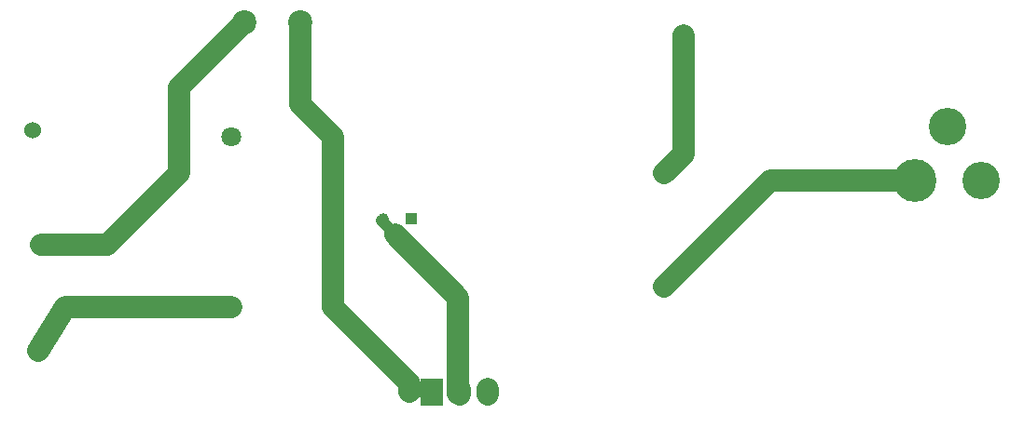
<source format=gbl>
G04 Layer: BottomLayer*
G04 EasyEDA v6.4.7, 2020-11-13T14:17:03--3:00*
G04 567a4f01d23344a586f60d2a48ffb39a,2f6a952e8d754e4686293a443d3b0dc2,10*
G04 Gerber Generator version 0.2*
G04 Scale: 100 percent, Rotated: No, Reflected: No *
G04 Dimensions in millimeters *
G04 leading zeros omitted , absolute positions ,3 integer and 3 decimal *
%FSLAX33Y33*%
%MOMM*%
G90*
D02*

%ADD11C,1.999996*%
%ADD12C,0.999998*%
%ADD13C,0.610006*%
%ADD18C,1.524000*%
%ADD19C,1.799996*%
%ADD20C,2.199996*%
%ADD22R,0.999998X0.999998*%
%ADD23C,3.401060*%
%ADD24C,3.898900*%

%LPD*%
G54D11*
G01X20584Y48768D02*
G01X14777Y42961D01*
G01X14777Y35214D01*
G01X8265Y28702D01*
G01X6106Y28702D01*
G01X8011Y28702D02*
G01X5979Y28702D01*
G01X2296Y28702D02*
G01X7975Y28702D01*
G01X2042Y19050D02*
G01X4503Y23035D01*
G01X19580Y23035D01*
G01X84373Y39232D02*
G01X84338Y39243D01*
G01X84338Y39243D01*
G01X81594Y34505D02*
G01X68488Y34505D01*
G01X58851Y24869D01*
G01X58851Y35171D02*
G01X60589Y36908D01*
G01X60589Y47752D01*
G01X34427Y29591D02*
G01X40142Y23876D01*
G01X40142Y15113D01*
G54D12*
G01X33157Y30861D02*
G01X34427Y29591D01*
G01X19326Y23289D02*
G01X19580Y23035D01*
G54D11*
G01X28780Y38529D02*
G01X28780Y23035D01*
G01X25831Y48943D02*
G01X25831Y41478D01*
G01X28780Y38529D01*
G54D12*
G01X37769Y15288D02*
G01X35768Y15288D01*
G54D11*
G01X35768Y15288D02*
G01X35768Y16047D01*
G01X28780Y23035D01*
G54D18*
G01X1534Y39116D03*
G01X2169Y28829D03*
G01X2042Y19050D03*
G54D19*
G01X28780Y23035D03*
G01X19580Y23035D03*
G01X28780Y38529D03*
G01X19580Y38529D03*
G54D18*
G01X58851Y24870D03*
G01X58851Y35170D03*
G54D20*
G01X25831Y48943D03*
G01X20751Y48943D03*
G36*
G01X36769Y16537D02*
G01X38770Y16537D01*
G01X38770Y14038D01*
G01X36769Y14038D01*
G01X36769Y16537D01*
G37*
G54D12*
G01X34594Y29766D03*
G01X33324Y31036D03*
G54D22*
G01X35864Y31036D03*
G54D23*
G01X87589Y34505D03*
G01X84541Y39408D03*
G54D24*
G01X81594Y34505D03*
G54D13*
G01X60589Y47752D03*
G54D11*
G01X40309Y15538D02*
G01X40309Y15038D01*
G01X42849Y15538D02*
G01X42849Y15038D01*
M00*
M02*

</source>
